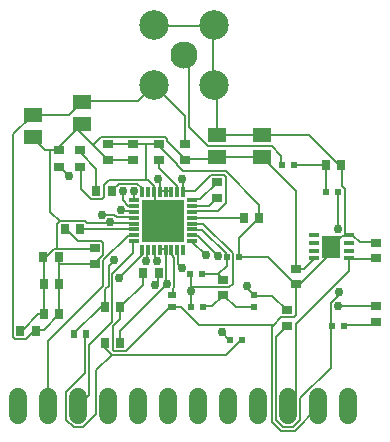
<source format=gbr>
G04 EAGLE Gerber RS-274X export*
G75*
%MOMM*%
%FSLAX34Y34*%
%LPD*%
%INTop Copper*%
%IPPOS*%
%AMOC8*
5,1,8,0,0,1.08239X$1,22.5*%
G01*
%ADD10R,0.900000X0.700000*%
%ADD11R,0.700000X0.900000*%
%ADD12R,1.500000X1.300000*%
%ADD13R,0.900000X0.350000*%
%ADD14R,1.595000X1.853000*%
%ADD15R,0.900000X0.300000*%
%ADD16R,0.300000X0.900000*%
%ADD17R,3.550000X3.550000*%
%ADD18C,2.300000*%
%ADD19C,2.500000*%
%ADD20R,0.500000X0.500000*%
%ADD21R,0.700000X0.600000*%
%ADD22R,0.600000X0.700000*%
%ADD23C,1.524000*%
%ADD24R,0.900000X0.800000*%
%ADD25C,0.152400*%
%ADD26C,0.756400*%


D10*
X332800Y107700D03*
X332800Y120700D03*
X264900Y98900D03*
X264900Y85900D03*
X127500Y191200D03*
X127500Y204200D03*
X171500Y191400D03*
X171500Y204400D03*
D11*
X51400Y108600D03*
X64400Y108600D03*
D12*
X198500Y193200D03*
X198500Y212200D03*
D11*
X51600Y85600D03*
X64600Y85600D03*
X51800Y60600D03*
X64800Y60600D03*
X32000Y46600D03*
X45000Y46600D03*
D12*
X236500Y193400D03*
X236500Y212400D03*
D10*
X106400Y191200D03*
X106400Y204200D03*
D12*
X42300Y210100D03*
X42300Y229100D03*
X84300Y221300D03*
X84300Y240300D03*
D11*
X96400Y164600D03*
X109400Y164600D03*
D10*
X149300Y191400D03*
X149300Y204400D03*
X203700Y89400D03*
X203700Y76400D03*
D11*
X149200Y95300D03*
X136200Y95300D03*
D10*
X332700Y67000D03*
X332700Y54000D03*
X257700Y63800D03*
X257700Y50800D03*
D11*
X290400Y186700D03*
X303400Y186700D03*
X103400Y35800D03*
X116400Y35800D03*
X103600Y66800D03*
X116600Y66800D03*
D10*
X94800Y116200D03*
X94800Y103200D03*
X198800Y172000D03*
X198800Y159000D03*
D11*
X221200Y141800D03*
X234200Y141800D03*
X82600Y132200D03*
X69600Y132200D03*
D13*
X309800Y107750D03*
X309800Y114250D03*
X309800Y120750D03*
X309800Y127250D03*
X280800Y127250D03*
X280800Y120750D03*
X280800Y114250D03*
X280800Y107750D03*
D14*
X295300Y117500D03*
D15*
X127900Y157200D03*
X127900Y152200D03*
X127900Y147200D03*
X127900Y142200D03*
X127900Y137200D03*
X127900Y132200D03*
X127900Y127200D03*
X127900Y122200D03*
D16*
X134900Y115200D03*
X139900Y115200D03*
X144900Y115200D03*
X149900Y115200D03*
X154900Y115200D03*
X159900Y115200D03*
X164900Y115200D03*
X169900Y115200D03*
D15*
X176900Y122200D03*
X176900Y127200D03*
X176900Y132200D03*
X176900Y137200D03*
X176900Y142200D03*
X176900Y147200D03*
X176900Y152200D03*
X176900Y157200D03*
D16*
X169900Y164200D03*
X164900Y164200D03*
X159900Y164200D03*
X154900Y164200D03*
X149900Y164200D03*
X144900Y164200D03*
X139900Y164200D03*
X134900Y164200D03*
D17*
X152400Y139700D03*
D18*
X170330Y279510D03*
D19*
X144930Y304910D03*
X144930Y254110D03*
X195730Y254110D03*
X195730Y304910D03*
D20*
X253520Y186500D03*
X263680Y186500D03*
X209420Y38500D03*
X219580Y38500D03*
X175920Y94700D03*
X186080Y94700D03*
X206820Y108700D03*
X216980Y108700D03*
X186280Y66300D03*
X176120Y66300D03*
X229700Y76380D03*
X229700Y66220D03*
X295520Y50700D03*
X305680Y50700D03*
X290420Y163700D03*
X300580Y163700D03*
D21*
X160100Y66500D03*
X160100Y76500D03*
D22*
X77400Y43900D03*
X87400Y43900D03*
D23*
X30200Y-9680D02*
X30200Y-24920D01*
X55600Y-24920D02*
X55600Y-9680D01*
X81000Y-9680D02*
X81000Y-24920D01*
X106400Y-24920D02*
X106400Y-9680D01*
X131800Y-9680D02*
X131800Y-24920D01*
X157200Y-24920D02*
X157200Y-9680D01*
X182600Y-9680D02*
X182600Y-24920D01*
X208000Y-24920D02*
X208000Y-9680D01*
X233400Y-9680D02*
X233400Y-24920D01*
X258800Y-24920D02*
X258800Y-9680D01*
X284200Y-9680D02*
X284200Y-24920D01*
X309600Y-24920D02*
X309600Y-9680D01*
D24*
X64250Y184650D03*
X82750Y184650D03*
X82750Y199150D03*
X64250Y199150D03*
D25*
X169926Y164592D02*
X179832Y164592D01*
X193548Y178308D01*
X204216Y178308D01*
X205740Y176784D01*
X205740Y154686D01*
X198882Y147828D01*
X177546Y147828D01*
X169900Y164200D02*
X169926Y164592D01*
X177546Y147828D02*
X176900Y147200D01*
X99822Y66294D02*
X77724Y44196D01*
X99822Y66294D02*
X102870Y66294D01*
X77724Y44196D02*
X77400Y43900D01*
X102870Y66294D02*
X103600Y66800D01*
X150114Y164592D02*
X154686Y164592D01*
X150114Y164592D02*
X149900Y164200D01*
X154686Y164592D02*
X154900Y164200D01*
X155448Y164592D02*
X159258Y164592D01*
X159900Y164200D01*
X155448Y164592D02*
X154900Y164200D01*
X116586Y46482D02*
X116586Y35814D01*
X116586Y46482D02*
X155448Y85344D01*
X155448Y86106D02*
X155448Y115062D01*
X155448Y86106D02*
X155448Y85344D01*
X116586Y35814D02*
X116400Y35800D01*
X154900Y115200D02*
X155448Y115062D01*
X154686Y115824D02*
X150114Y115824D01*
X149900Y115200D01*
X154686Y115824D02*
X154900Y115200D01*
X165354Y115062D02*
X165354Y102870D01*
X168402Y99822D01*
X156210Y86106D02*
X155448Y86106D01*
X164900Y115200D02*
X165354Y115062D01*
X128016Y157734D02*
X128016Y164592D01*
X128016Y157734D02*
X127900Y157200D01*
X150114Y165354D02*
X150114Y172974D01*
X148590Y174498D01*
X150114Y165354D02*
X149900Y164200D01*
X103632Y81534D02*
X103632Y67056D01*
X103632Y81534D02*
X106680Y84582D01*
X106680Y101346D01*
X111252Y105918D01*
X103632Y67056D02*
X103600Y66800D01*
X169926Y165354D02*
X169926Y172974D01*
X168402Y174498D01*
X169926Y165354D02*
X169900Y164200D01*
X265176Y99060D02*
X272034Y99060D01*
X280416Y107442D01*
X265176Y99060D02*
X264900Y98900D01*
X280416Y107442D02*
X280800Y107750D01*
X197358Y192024D02*
X172212Y192024D01*
X197358Y192024D02*
X198120Y192786D01*
X172212Y192024D02*
X171500Y191400D01*
X198120Y192786D02*
X198500Y193200D01*
X198882Y193548D02*
X236220Y193548D01*
X236500Y193400D01*
X198882Y193548D02*
X198500Y193200D01*
X265176Y164592D02*
X265176Y99822D01*
X265176Y164592D02*
X236982Y192786D01*
X265176Y99822D02*
X264900Y98900D01*
X236982Y192786D02*
X236500Y193400D01*
X127254Y191262D02*
X106680Y191262D01*
X106400Y191200D01*
X127254Y191262D02*
X127500Y191200D01*
X57150Y199644D02*
X52578Y199644D01*
X57150Y199644D02*
X64008Y199644D01*
X52578Y199644D02*
X42672Y209550D01*
X64008Y199644D02*
X64250Y199150D01*
X42672Y209550D02*
X42300Y210100D01*
X64008Y201168D02*
X80010Y217170D01*
X83820Y220980D01*
X64008Y201168D02*
X64008Y200406D01*
X83820Y220980D02*
X84300Y221300D01*
X64008Y200406D02*
X64250Y199150D01*
X80010Y217170D02*
X93345Y203835D01*
X105918Y191262D01*
X106400Y191200D01*
X80010Y217170D02*
X84300Y221300D01*
X34290Y47244D02*
X32004Y47244D01*
X34290Y47244D02*
X47244Y60198D01*
X51054Y60198D01*
X32004Y47244D02*
X32000Y46600D01*
X51054Y60198D02*
X51800Y60600D01*
X51816Y86106D02*
X51816Y108204D01*
X51400Y108600D01*
X51816Y86106D02*
X51600Y85600D01*
X60198Y115824D02*
X63246Y115824D01*
X94488Y115824D01*
X60198Y115824D02*
X52578Y108204D01*
X94488Y115824D02*
X94800Y116200D01*
X52578Y108204D02*
X51400Y108600D01*
X88392Y137922D02*
X108204Y137922D01*
X127254Y137922D01*
X88392Y137922D02*
X86868Y139446D01*
X65532Y139446D01*
X65151Y139065D02*
X63246Y137160D01*
X65151Y139065D02*
X65532Y139446D01*
X63246Y137160D02*
X63246Y115824D01*
X127254Y137922D02*
X127900Y137200D01*
X51816Y85344D02*
X51816Y60960D01*
X51800Y60600D01*
X51816Y85344D02*
X51600Y85600D01*
X57150Y147066D02*
X57150Y199644D01*
X57150Y147066D02*
X65151Y139065D01*
X156210Y207264D02*
X171450Y192024D01*
X156210Y207264D02*
X156210Y208788D01*
X154686Y210312D01*
X99822Y210312D01*
X93345Y203835D01*
X171450Y192024D02*
X171500Y191400D01*
X108204Y138684D02*
X108204Y137922D01*
D26*
X168402Y99822D03*
X156210Y86106D03*
X128016Y164592D03*
X148590Y174498D03*
X111252Y105918D03*
X168402Y174498D03*
X108204Y138684D03*
D25*
X160782Y81534D02*
X160782Y76962D01*
X160782Y81534D02*
X162306Y83058D01*
X162306Y108204D01*
X160020Y110490D01*
X160020Y115062D01*
X160782Y76962D02*
X160100Y76500D01*
X160020Y115062D02*
X159900Y115200D01*
X109728Y165354D02*
X115062Y170688D01*
X131064Y170688D01*
X134874Y166878D01*
X134874Y164592D01*
X109728Y165354D02*
X109400Y164600D01*
X134874Y164592D02*
X134900Y164200D01*
X149352Y184404D02*
X149352Y191262D01*
X149352Y184404D02*
X164592Y169164D01*
X164592Y164592D01*
X149352Y191262D02*
X149300Y191400D01*
X164592Y164592D02*
X164900Y164200D01*
X176022Y94488D02*
X176022Y83058D01*
X176022Y80010D02*
X176022Y67056D01*
X176120Y66300D01*
X176022Y94488D02*
X175920Y94700D01*
X148590Y95250D02*
X148590Y87630D01*
X146304Y85344D01*
X148590Y95250D02*
X149200Y95300D01*
X177546Y137160D02*
X186690Y137160D01*
X211836Y112014D01*
X211836Y86106D01*
X208788Y83058D01*
X176022Y83058D01*
X177546Y137160D02*
X176900Y137200D01*
X176022Y83058D02*
X176022Y80010D01*
D26*
X146304Y85344D03*
X176022Y80010D03*
D25*
X186690Y94488D02*
X198882Y94488D01*
X199263Y94107D02*
X203454Y89916D01*
X199263Y94107D02*
X198882Y94488D01*
X186690Y94488D02*
X186080Y94700D01*
X203454Y89916D02*
X203700Y89400D01*
X206502Y101346D02*
X206502Y108204D01*
X206502Y101346D02*
X199263Y94107D01*
X206502Y108204D02*
X206820Y108700D01*
X185928Y131826D02*
X177546Y131826D01*
X185928Y131826D02*
X206502Y111252D01*
X206502Y108966D01*
X177546Y131826D02*
X176900Y132200D01*
X206502Y108966D02*
X206820Y108700D01*
X214122Y66294D02*
X229362Y66294D01*
X214122Y66294D02*
X204216Y76200D01*
X229362Y66294D02*
X229700Y66220D01*
X204216Y76200D02*
X203700Y76400D01*
X194310Y67056D02*
X186690Y67056D01*
X194310Y67056D02*
X203454Y76200D01*
X186690Y67056D02*
X186280Y66300D01*
X203454Y76200D02*
X203700Y76400D01*
X230124Y76200D02*
X245364Y76200D01*
X257556Y64008D01*
X230124Y76200D02*
X229700Y76380D01*
X257556Y64008D02*
X257700Y63800D01*
X182118Y126492D02*
X177546Y126492D01*
X182118Y126492D02*
X198882Y109728D01*
X224028Y84582D02*
X224028Y82296D01*
X229362Y76962D01*
X177546Y126492D02*
X176900Y127200D01*
X229362Y76962D02*
X229700Y76380D01*
D26*
X198882Y109728D03*
X224028Y84582D03*
D25*
X202692Y44958D02*
X208788Y38862D01*
X188976Y110490D02*
X177546Y121920D01*
X208788Y38862D02*
X209420Y38500D01*
X177546Y121920D02*
X176900Y122200D01*
X300990Y67056D02*
X332232Y67056D01*
X332700Y67000D01*
D26*
X202692Y44958D03*
X188976Y110490D03*
X300990Y67056D03*
D25*
X306324Y51054D02*
X329946Y51054D01*
X332232Y53340D01*
X306324Y51054D02*
X305680Y50700D01*
X332232Y53340D02*
X332700Y54000D01*
X294894Y50292D02*
X294894Y15240D01*
X268986Y-10668D01*
X268986Y-28956D01*
X262890Y-35052D01*
X254508Y-35052D01*
X248412Y-28956D01*
X248412Y41148D01*
X257556Y50292D01*
X294894Y50292D02*
X295520Y50700D01*
X257700Y50800D02*
X257556Y50292D01*
X300990Y132588D02*
X300990Y163068D01*
X301752Y79248D02*
X301752Y76962D01*
X294894Y70104D01*
X294894Y51054D01*
X300990Y163068D02*
X300580Y163700D01*
X294894Y51054D02*
X295520Y50700D01*
D26*
X300990Y132588D03*
X301752Y79248D03*
D25*
X290322Y163830D02*
X290322Y186690D01*
X290322Y163830D02*
X290420Y163700D01*
X290322Y186690D02*
X290400Y186700D01*
X289560Y186690D02*
X264414Y186690D01*
X263680Y186500D01*
X289560Y186690D02*
X290400Y186700D01*
X219456Y38100D02*
X217932Y38100D01*
X205740Y25908D01*
X109728Y25908D01*
X109347Y26289D02*
X103632Y32004D01*
X109347Y26289D02*
X109728Y25908D01*
X103632Y32004D02*
X103632Y35052D01*
X219456Y38100D02*
X219580Y38500D01*
X103632Y35052D02*
X103400Y35800D01*
X86868Y43434D02*
X86868Y10668D01*
X70866Y-5334D01*
X70866Y-28956D01*
X76962Y-35052D01*
X85344Y-35052D01*
X96012Y-24384D01*
X96012Y12954D01*
X109347Y26289D01*
X87400Y43900D02*
X86868Y43434D01*
X177546Y141732D02*
X220980Y141732D01*
X221200Y141800D01*
X177546Y141732D02*
X176900Y142200D01*
X177546Y152400D02*
X192024Y152400D01*
X198120Y158496D01*
X177546Y152400D02*
X176900Y152200D01*
X198120Y158496D02*
X198800Y159000D01*
X184404Y157734D02*
X177546Y157734D01*
X184404Y157734D02*
X198120Y171450D01*
X177546Y157734D02*
X176900Y157200D01*
X198120Y171450D02*
X198800Y172000D01*
X127254Y132588D02*
X83058Y132588D01*
X82600Y132200D01*
X127254Y132588D02*
X127900Y132200D01*
X252984Y186690D02*
X252984Y194310D01*
X244602Y202692D01*
X190500Y202692D01*
X174498Y218694D01*
X174498Y275082D01*
X170688Y278892D01*
X252984Y186690D02*
X253520Y186500D01*
X170688Y278892D02*
X170330Y279510D01*
X127254Y204216D02*
X106680Y204216D01*
X106400Y204200D01*
X127254Y204216D02*
X127500Y204200D01*
X128016Y204216D02*
X138684Y204216D01*
X148590Y204216D01*
X149300Y204400D01*
X128016Y204216D02*
X127500Y204200D01*
X145542Y163830D02*
X145542Y147066D01*
X152400Y140208D01*
X145542Y163830D02*
X144900Y164200D01*
X152400Y140208D02*
X152400Y139700D01*
X83058Y166116D02*
X83058Y184404D01*
X83058Y166116D02*
X91440Y157734D01*
X101346Y157734D01*
X102870Y159258D01*
X102870Y169926D01*
X106680Y173736D01*
X138684Y173736D02*
X140208Y173736D01*
X138684Y173736D02*
X106680Y173736D01*
X140208Y173736D02*
X144780Y169164D01*
X144780Y164592D01*
X83058Y184404D02*
X82750Y184650D01*
X144780Y164592D02*
X144900Y164200D01*
X138684Y173736D02*
X138684Y204216D01*
X158496Y66294D02*
X160020Y66294D01*
X158496Y66294D02*
X121158Y28956D01*
X111252Y28956D01*
X110490Y29718D01*
X110490Y50292D01*
X116586Y56388D01*
X116586Y66294D01*
X160020Y66294D02*
X160100Y66500D01*
X116600Y66800D02*
X116586Y66294D01*
X135636Y85344D02*
X135636Y95250D01*
X135636Y85344D02*
X117348Y67056D01*
X135636Y95250D02*
X136200Y95300D01*
X117348Y67056D02*
X116600Y66800D01*
X217170Y108966D02*
X217170Y124968D01*
X233934Y141732D01*
X217170Y108966D02*
X216980Y108700D01*
X233934Y141732D02*
X234200Y141800D01*
X265176Y86106D02*
X268986Y86106D01*
X294894Y112014D01*
X294894Y117348D01*
X265176Y86106D02*
X264900Y85900D01*
X294894Y117348D02*
X295300Y117500D01*
X304038Y126492D02*
X307086Y126492D01*
X309372Y126492D01*
X304038Y126492D02*
X295656Y118110D01*
X309372Y126492D02*
X309800Y127250D01*
X295656Y118110D02*
X295300Y117500D01*
X304038Y169164D02*
X304038Y186690D01*
X304038Y169164D02*
X307086Y166116D01*
X307086Y126492D01*
X304038Y186690D02*
X303400Y186700D01*
X309800Y127250D02*
X307086Y126492D01*
X319278Y121158D02*
X332232Y121158D01*
X319278Y121158D02*
X313944Y126492D01*
X310134Y126492D01*
X332232Y121158D02*
X332800Y120700D01*
X310134Y126492D02*
X309800Y127250D01*
X241554Y108966D02*
X217932Y108966D01*
X241554Y108966D02*
X264414Y86106D01*
X217932Y108966D02*
X216980Y108700D01*
X264414Y86106D02*
X264900Y85900D01*
X283464Y-17526D02*
X283464Y-19050D01*
X264414Y-38100D01*
X252984Y-38100D01*
X245364Y-30480D01*
X245364Y50292D01*
X245745Y50673D02*
X252984Y57912D01*
X245745Y50673D02*
X245364Y50292D01*
X252984Y57912D02*
X263652Y57912D01*
X265176Y59436D01*
X265176Y85344D01*
X284200Y-17300D02*
X283464Y-17526D01*
X265176Y85344D02*
X264900Y85900D01*
X167640Y66294D02*
X160782Y66294D01*
X167640Y66294D02*
X182880Y51054D01*
X245364Y51054D01*
X160782Y66294D02*
X160100Y66500D01*
X245364Y51054D02*
X245745Y50673D01*
X164592Y187452D02*
X148590Y203454D01*
X164592Y187452D02*
X164592Y186690D01*
X169926Y181356D01*
X205740Y181356D01*
X233934Y153162D01*
X233934Y142494D01*
X149300Y204400D02*
X148590Y203454D01*
X233934Y142494D02*
X234200Y141800D01*
X236220Y211836D02*
X198882Y211836D01*
X198500Y212200D01*
X236220Y211836D02*
X236500Y212400D01*
X198120Y212598D02*
X198120Y251460D01*
X195834Y253746D01*
X198120Y212598D02*
X198500Y212200D01*
X195834Y253746D02*
X195730Y254110D01*
X195072Y304800D02*
X145542Y304800D01*
X144930Y304910D01*
X195072Y304800D02*
X195730Y304910D01*
X195072Y304038D02*
X195072Y254508D01*
X195730Y254110D01*
X195072Y304038D02*
X195730Y304910D01*
X51816Y47244D02*
X45720Y47244D01*
X51816Y47244D02*
X64770Y60198D01*
X45720Y47244D02*
X45000Y46600D01*
X64770Y60198D02*
X64800Y60600D01*
X64770Y86106D02*
X64770Y102870D01*
X64770Y108204D01*
X64400Y108600D01*
X64770Y86106D02*
X64600Y85600D01*
X64770Y102870D02*
X94488Y102870D01*
X94800Y103200D01*
X71628Y131826D02*
X70104Y131826D01*
X71628Y131826D02*
X80772Y122682D01*
X99822Y122682D01*
X102108Y120396D01*
X102108Y110490D01*
X95250Y103632D01*
X70104Y131826D02*
X69600Y132200D01*
X95250Y103632D02*
X94800Y103200D01*
X64770Y85344D02*
X64770Y60960D01*
X64800Y60600D01*
X64770Y85344D02*
X64600Y85600D01*
X73152Y229362D02*
X42672Y229362D01*
X73152Y229362D02*
X83820Y240030D01*
X42672Y229362D02*
X42300Y229100D01*
X83820Y240030D02*
X84300Y240300D01*
X171450Y227838D02*
X171450Y204978D01*
X171450Y227838D02*
X145542Y253746D01*
X171450Y204978D02*
X171500Y204400D01*
X145542Y253746D02*
X144930Y254110D01*
X131826Y240792D02*
X84582Y240792D01*
X131826Y240792D02*
X144780Y253746D01*
X84582Y240792D02*
X84300Y240300D01*
X144780Y253746D02*
X144930Y254110D01*
X44958Y46482D02*
X43434Y46482D01*
X36576Y39624D01*
X27432Y39624D01*
X25908Y41148D01*
X25908Y212598D01*
X41910Y228600D01*
X45000Y46600D02*
X44958Y46482D01*
X41910Y228600D02*
X42300Y229100D01*
X300990Y187452D02*
X303276Y187452D01*
X300990Y187452D02*
X276606Y211836D01*
X236982Y211836D01*
X303276Y187452D02*
X303400Y186700D01*
X236982Y211836D02*
X236500Y212400D01*
X83058Y198882D02*
X83058Y196596D01*
X96012Y183642D01*
X96012Y165354D01*
X83058Y198882D02*
X82750Y199150D01*
X96012Y165354D02*
X96400Y164600D01*
X310134Y107442D02*
X332232Y107442D01*
X332800Y107700D01*
X310134Y107442D02*
X309800Y107750D01*
X310134Y106680D02*
X310134Y96774D01*
X265176Y51816D01*
X265176Y-10668D01*
X259080Y-16764D01*
X310134Y106680D02*
X309800Y107750D01*
X259080Y-16764D02*
X258800Y-17300D01*
X145542Y107442D02*
X145542Y115062D01*
X145542Y107442D02*
X147828Y105156D01*
X145542Y115062D02*
X144900Y115200D01*
D26*
X147828Y105156D03*
D25*
X139446Y105918D02*
X139446Y115062D01*
X139446Y105918D02*
X138684Y105156D01*
X139446Y115062D02*
X139900Y115200D01*
D26*
X138684Y105156D03*
D25*
X134874Y110490D02*
X134874Y115062D01*
X134874Y110490D02*
X115824Y91440D01*
X134874Y115062D02*
X134900Y115200D01*
D26*
X115824Y91440D03*
D25*
X127254Y112014D02*
X127254Y121920D01*
X127254Y112014D02*
X109728Y94488D01*
X109728Y54102D01*
X89916Y34290D01*
X89916Y-8382D01*
X81534Y-16764D01*
X127254Y121920D02*
X127900Y122200D01*
X81534Y-16764D02*
X81000Y-17300D01*
X122682Y126492D02*
X127254Y126492D01*
X122682Y126492D02*
X102108Y105918D01*
X102108Y84582D01*
X55626Y38100D01*
X55626Y-16764D01*
X127254Y126492D02*
X127900Y127200D01*
X55626Y-16764D02*
X55600Y-17300D01*
X113538Y142494D02*
X127254Y142494D01*
X113538Y142494D02*
X111252Y144780D01*
X101346Y144780D01*
X127254Y142494D02*
X127900Y142200D01*
D26*
X101346Y144780D03*
D25*
X118110Y147828D02*
X127254Y147828D01*
X118110Y147828D02*
X117348Y148590D01*
X127254Y147828D02*
X127900Y147200D01*
D26*
X117348Y148590D03*
D25*
X123444Y152400D02*
X127254Y152400D01*
X123444Y152400D02*
X118872Y156972D01*
X118872Y164592D01*
X127254Y152400D02*
X127900Y152200D01*
D26*
X118872Y164592D03*
D25*
X66294Y184404D02*
X64770Y184404D01*
X66294Y184404D02*
X73152Y177546D01*
X64770Y184404D02*
X64250Y184650D01*
D26*
X73152Y177546D03*
M02*

</source>
